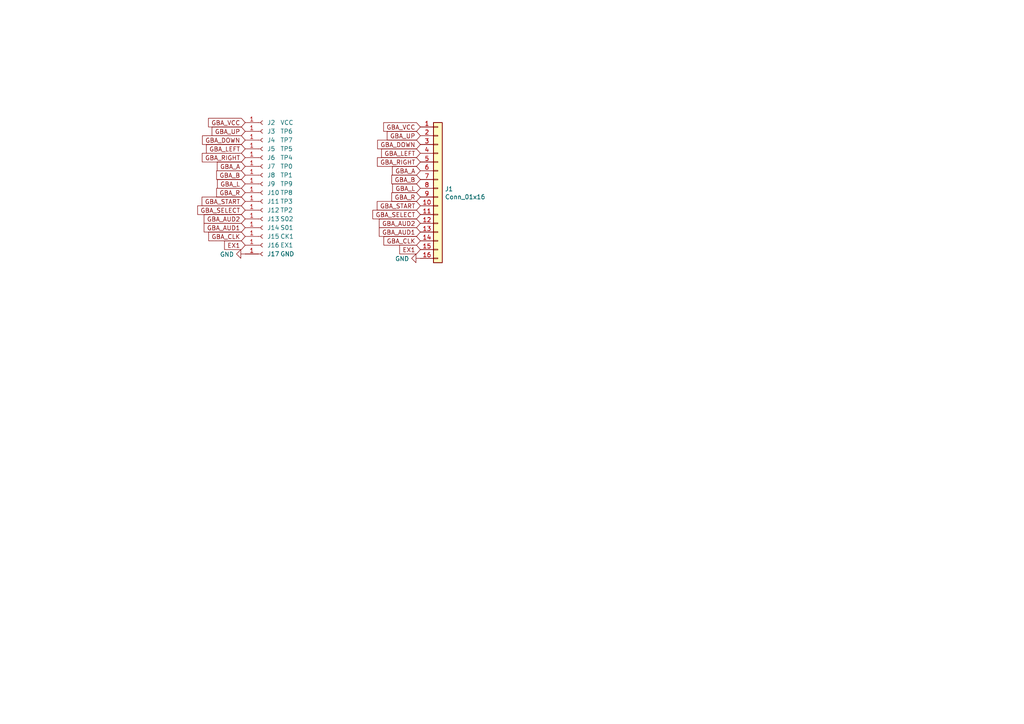
<source format=kicad_sch>
(kicad_sch (version 20211123) (generator eeschema)
  (paper "A4")
  (lib_symbols
    (symbol "Connector:Conn_01x01_Female" (pin_names (offset 1.016) hide)
      (property "Reference" "J" (at 0 2.54 0))
      (property "Value" "Conn_01x01_Female" (at 0 -2.54 0))
      (symbol "Conn_01x01_Female_1_1"
        (polyline (pts (xy -1.27 0) (xy -0.508 0)) (stroke (width 0.1524)))
        (arc (start 0 0.508) (mid -0.508 0) (end 0 -0.508) (stroke (width 0.1524)))
        (pin passive line (at -5.08 0 0) (length 3.81) (name "Pin_1") (number "1"))
      )
    )
    (symbol "Connector_Generic:Conn_01x16" (pin_names (offset 1.016) hide)
      (property "Reference" "J" (at 0 20.32 0))
      (property "Value" "Conn_01x16" (at 0 -22.86 0))
      (symbol "Conn_01x16_1_1"
        (rectangle (start -1.27 -20.193) (end 0 -20.447) (stroke (width 0.1524)))
        (rectangle (start -1.27 -17.653) (end 0 -17.907) (stroke (width 0.1524)))
        (rectangle (start -1.27 -15.113) (end 0 -15.367) (stroke (width 0.1524)))
        (rectangle (start -1.27 -12.573) (end 0 -12.827) (stroke (width 0.1524)))
        (rectangle (start -1.27 -10.033) (end 0 -10.287) (stroke (width 0.1524)))
        (rectangle (start -1.27 -7.493) (end 0 -7.747) (stroke (width 0.1524)))
        (rectangle (start -1.27 -4.953) (end 0 -5.207) (stroke (width 0.1524)))
        (rectangle (start -1.27 -2.413) (end 0 -2.667) (stroke (width 0.1524)))
        (rectangle (start -1.27 0.127) (end 0 -0.127) (stroke (width 0.1524)))
        (rectangle (start -1.27 2.667) (end 0 2.413) (stroke (width 0.1524)))
        (rectangle (start -1.27 5.207) (end 0 4.953) (stroke (width 0.1524)))
        (rectangle (start -1.27 7.747) (end 0 7.493) (stroke (width 0.1524)))
        (rectangle (start -1.27 10.287) (end 0 10.033) (stroke (width 0.1524)))
        (rectangle (start -1.27 12.827) (end 0 12.573) (stroke (width 0.1524)))
        (rectangle (start -1.27 15.367) (end 0 15.113) (stroke (width 0.1524)))
        (rectangle (start -1.27 17.907) (end 0 17.653) (stroke (width 0.1524)))
        (rectangle (start -1.27 19.05) (end 1.27 -21.59) (stroke (width 0.254)) (fill (type background)))
        (pin passive line (at -5.08 17.78 0) (length 3.81) (name "Pin_1") (number "1"))
        (pin passive line (at -5.08 -5.08 0) (length 3.81) (name "Pin_10") (number "10"))
        (pin passive line (at -5.08 -7.62 0) (length 3.81) (name "Pin_11") (number "11"))
        (pin passive line (at -5.08 -10.16 0) (length 3.81) (name "Pin_12") (number "12"))
        (pin passive line (at -5.08 -12.7 0) (length 3.81) (name "Pin_13") (number "13"))
        (pin passive line (at -5.08 -15.24 0) (length 3.81) (name "Pin_14") (number "14"))
        (pin passive line (at -5.08 -17.78 0) (length 3.81) (name "Pin_15") (number "15"))
        (pin passive line (at -5.08 -20.32 0) (length 3.81) (name "Pin_16") (number "16"))
        (pin passive line (at -5.08 15.24 0) (length 3.81) (name "Pin_2") (number "2"))
        (pin passive line (at -5.08 12.7 0) (length 3.81) (name "Pin_3") (number "3"))
        (pin passive line (at -5.08 10.16 0) (length 3.81) (name "Pin_4") (number "4"))
        (pin passive line (at -5.08 7.62 0) (length 3.81) (name "Pin_5") (number "5"))
        (pin passive line (at -5.08 5.08 0) (length 3.81) (name "Pin_6") (number "6"))
        (pin passive line (at -5.08 2.54 0) (length 3.81) (name "Pin_7") (number "7"))
        (pin passive line (at -5.08 0 0) (length 3.81) (name "Pin_8") (number "8"))
        (pin passive line (at -5.08 -2.54 0) (length 3.81) (name "Pin_9") (number "9"))
      )
    )
    (symbol "power:GND" (power) (pin_names (offset 0))
      (property "Value" "GND" (at 0 -3.81 0))
      (symbol "GND_0_1"
        (polyline (pts (xy 0 0) (xy 0 -1.27) (xy 1.27 -1.27) (xy 0 -2.54) (xy -1.27 -1.27) (xy 0 -1.27)))
      )
      (symbol "GND_1_1"
        (pin power_in line (at 0 0 270) (length 0) hide (name "GND") (number "1"))
      )
    )
  )
  (global_label "GBA_LEFT" (shape input) (at 71.12 43.18 180) (property "Intersheet References" "${INTERSHEET_REFS}" (effects hide)))
  (global_label "GBA_SELECT" (shape input) (at 71.12 60.96 180) (property "Intersheet References" "${INTERSHEET_REFS}" (effects hide)))
  (global_label "GBA_RIGHT" (shape input) (at 121.92 46.99 180) (property "Intersheet References" "${INTERSHEET_REFS}" (effects hide)))
  (global_label "GBA_AUD2" (shape input) (at 71.12 63.5 180) (property "Intersheet References" "${INTERSHEET_REFS}" (effects hide)))
  (global_label "EX1" (shape input) (at 121.92 72.39 180) (property "Intersheet References" "${INTERSHEET_REFS}" (effects hide)))
  (global_label "GBA_A" (shape input) (at 71.12 48.26 180) (property "Intersheet References" "${INTERSHEET_REFS}" (effects hide)))
  (global_label "GBA_L" (shape input) (at 71.12 53.34 180) (property "Intersheet References" "${INTERSHEET_REFS}" (effects hide)))
  (global_label "GBA_B" (shape input) (at 71.12 50.8 180) (property "Intersheet References" "${INTERSHEET_REFS}" (effects hide)))
  (global_label "GBA_L" (shape input) (at 121.92 54.61 180) (property "Intersheet References" "${INTERSHEET_REFS}" (effects hide)))
  (global_label "GBA_DOWN" (shape input) (at 71.12 40.64 180) (property "Intersheet References" "${INTERSHEET_REFS}" (effects hide)))
  (global_label "GBA_A" (shape input) (at 121.92 49.53 180) (property "Intersheet References" "${INTERSHEET_REFS}" (effects hide)))
  (global_label "GBA_SELECT" (shape input) (at 121.92 62.23 180) (property "Intersheet References" "${INTERSHEET_REFS}" (effects hide)))
  (global_label "EX1" (shape input) (at 71.12 71.12 180) (property "Intersheet References" "${INTERSHEET_REFS}" (effects hide)))
  (global_label "GBA_AUD2" (shape input) (at 121.92 64.77 180) (property "Intersheet References" "${INTERSHEET_REFS}" (effects hide)))
  (global_label "GBA_B" (shape input) (at 121.92 52.07 180) (property "Intersheet References" "${INTERSHEET_REFS}" (effects hide)))
  (global_label "GBA_DOWN" (shape input) (at 121.92 41.91 180) (property "Intersheet References" "${INTERSHEET_REFS}" (effects hide)))
  (global_label "GBA_AUD1" (shape input) (at 121.92 67.31 180) (property "Intersheet References" "${INTERSHEET_REFS}" (effects hide)))
  (global_label "GBA_AUD1" (shape input) (at 71.12 66.04 180) (property "Intersheet References" "${INTERSHEET_REFS}" (effects hide)))
  (global_label "GBA_RIGHT" (shape input) (at 71.12 45.72 180) (property "Intersheet References" "${INTERSHEET_REFS}" (effects hide)))
  (global_label "GBA_VCC" (shape input) (at 71.12 35.56 180) (property "Intersheet References" "${INTERSHEET_REFS}" (effects hide)))
  (global_label "GBA_CLK" (shape input) (at 121.92 69.85 180) (property "Intersheet References" "${INTERSHEET_REFS}" (effects hide)))
  (global_label "GBA_START" (shape input) (at 71.12 58.42 180) (property "Intersheet References" "${INTERSHEET_REFS}" (effects hide)))
  (global_label "GBA_R" (shape input) (at 71.12 55.88 180) (property "Intersheet References" "${INTERSHEET_REFS}" (effects hide)))
  (global_label "GBA_CLK" (shape input) (at 71.12 68.58 180) (property "Intersheet References" "${INTERSHEET_REFS}" (effects hide)))
  (global_label "GBA_VCC" (shape input) (at 121.92 36.83 180) (property "Intersheet References" "${INTERSHEET_REFS}" (effects hide)))
  (global_label "GBA_START" (shape input) (at 121.92 59.69 180) (property "Intersheet References" "${INTERSHEET_REFS}" (effects hide)))
  (global_label "GBA_UP" (shape input) (at 121.92 39.37 180) (property "Intersheet References" "${INTERSHEET_REFS}" (effects hide)))
  (global_label "GBA_UP" (shape input) (at 71.12 38.1 180) (property "Intersheet References" "${INTERSHEET_REFS}" (effects hide)))
  (global_label "GBA_LEFT" (shape input) (at 121.92 44.45 180) (property "Intersheet References" "${INTERSHEET_REFS}" (effects hide)))
  (global_label "GBA_R" (shape input) (at 121.92 57.15 180) (property "Intersheet References" "${INTERSHEET_REFS}" (effects hide)))
  (symbol (lib_id "Connector_Generic:Conn_01x16") (at 127 54.61 0) (unit 1)
    (property "Reference" "J1" (at 129.032 54.8132 0) (effects (justify left)))
    (property "Value" "Conn_01x16" (at 129.032 57.1246 0) (effects (justify left)))
    (property "Footprint" "Connector_FFC-FPC:TE_1-1734839-6_1x16-1MP_P0.5mm_Horizontal" (effects hide))
  )
  (symbol (lib_id "power:GND") (at 121.92 74.93 270) (unit 1)
    (property "Reference" "#PWR0101" (effects hide))
    (property "Value" "GND" (at 118.6688 75.057 90) (effects (justify right)))
  )
  (symbol (lib_id "power:GND") (at 71.12 73.66 270) (unit 1)
    (property "Reference" "#PWR0102" (effects hide))
    (property "Value" "GND" (at 67.8688 73.787 90) (effects (justify right)))
  )
  (symbol (lib_id "Connector:Conn_01x01_Female") (at 76.2 35.56 0) (unit 1)
    (property "Reference" "J2" (at 77.47 35.56 0) (effects (justify left)))
    (property "Value" "VCC" (at 81.28 35.56 0) (effects (justify left)))
    (property "Footprint" "OFFSET:SOLDER_PAD" (effects hide))
  )
  (symbol (lib_id "Connector:Conn_01x01_Female") (at 76.2 38.1 0) (unit 1)
    (property "Reference" "J3" (at 77.47 38.1 0) (effects (justify left)))
    (property "Value" "TP6" (at 81.28 38.1 0) (effects (justify left)))
    (property "Footprint" "OFFSET:SOLDER_PAD" (effects hide))
  )
  (symbol (lib_id "Connector:Conn_01x01_Female") (at 76.2 40.64 0) (unit 1)
    (property "Reference" "J4" (at 77.47 40.64 0) (effects (justify left)))
    (property "Value" "TP7" (at 81.28 40.64 0) (effects (justify left)))
    (property "Footprint" "OFFSET:SOLDER_PAD" (effects hide))
  )
  (symbol (lib_id "Connector:Conn_01x01_Female") (at 76.2 43.18 0) (unit 1)
    (property "Reference" "J5" (at 77.47 43.18 0) (effects (justify left)))
    (property "Value" "TP5" (at 81.28 43.18 0) (effects (justify left)))
    (property "Footprint" "OFFSET:SOLDER_PAD" (effects hide))
  )
  (symbol (lib_id "Connector:Conn_01x01_Female") (at 76.2 45.72 0) (unit 1)
    (property "Reference" "J6" (at 77.47 45.72 0) (effects (justify left)))
    (property "Value" "TP4" (at 81.28 45.72 0) (effects (justify left)))
    (property "Footprint" "OFFSET:SOLDER_PAD" (effects hide))
  )
  (symbol (lib_id "Connector:Conn_01x01_Female") (at 76.2 48.26 0) (unit 1)
    (property "Reference" "J7" (at 77.47 48.26 0) (effects (justify left)))
    (property "Value" "TP0" (at 81.28 48.26 0) (effects (justify left)))
    (property "Footprint" "OFFSET:SOLDER_PAD" (effects hide))
  )
  (symbol (lib_id "Connector:Conn_01x01_Female") (at 76.2 50.8 0) (unit 1)
    (property "Reference" "J8" (at 77.47 50.8 0) (effects (justify left)))
    (property "Value" "TP1" (at 81.28 50.8 0) (effects (justify left)))
    (property "Footprint" "OFFSET:SOLDER_PAD" (effects hide))
  )
  (symbol (lib_id "Connector:Conn_01x01_Female") (at 76.2 53.34 0) (unit 1)
    (property "Reference" "J9" (at 77.47 53.34 0) (effects (justify left)))
    (property "Value" "TP9" (at 81.28 53.34 0) (effects (justify left)))
    (property "Footprint" "OFFSET:SOLDER_PAD" (effects hide))
  )
  (symbol (lib_id "Connector:Conn_01x01_Female") (at 76.2 55.88 0) (unit 1)
    (property "Reference" "J10" (at 77.47 55.88 0) (effects (justify left)))
    (property "Value" "TP8" (at 81.28 55.88 0) (effects (justify left)))
    (property "Footprint" "OFFSET:SOLDER_PAD" (effects hide))
  )
  (symbol (lib_id "Connector:Conn_01x01_Female") (at 76.2 58.42 0) (unit 1)
    (property "Reference" "J11" (at 77.47 58.42 0) (effects (justify left)))
    (property "Value" "TP3" (at 81.28 58.42 0) (effects (justify left)))
    (property "Footprint" "OFFSET:SOLDER_PAD" (effects hide))
  )
  (symbol (lib_id "Connector:Conn_01x01_Female") (at 76.2 60.96 0) (unit 1)
    (property "Reference" "J12" (at 77.47 60.96 0) (effects (justify left)))
    (property "Value" "TP2" (at 81.28 60.96 0) (effects (justify left)))
    (property "Footprint" "OFFSET:SOLDER_PAD" (effects hide))
  )
  (symbol (lib_id "Connector:Conn_01x01_Female") (at 76.2 63.5 0) (unit 1)
    (property "Reference" "J13" (at 77.47 63.5 0) (effects (justify left)))
    (property "Value" "S02" (at 81.28 63.5 0) (effects (justify left)))
    (property "Footprint" "OFFSET:SOLDER_PAD" (effects hide))
  )
  (symbol (lib_id "Connector:Conn_01x01_Female") (at 76.2 66.04 0) (unit 1)
    (property "Reference" "J14" (at 77.47 66.04 0) (effects (justify left)))
    (property "Value" "S01" (at 81.28 66.04 0) (effects (justify left)))
    (property "Footprint" "OFFSET:SOLDER_PAD" (effects hide))
  )
  (symbol (lib_id "Connector:Conn_01x01_Female") (at 76.2 68.58 0) (unit 1)
    (property "Reference" "J15" (at 77.47 68.58 0) (effects (justify left)))
    (property "Value" "CK1" (at 81.28 68.58 0) (effects (justify left)))
    (property "Footprint" "OFFSET:SOLDER_PAD" (effects hide))
  )
  (symbol (lib_id "Connector:Conn_01x01_Female") (at 76.2 71.12 0) (unit 1)
    (property "Reference" "J16" (at 77.47 71.12 0) (effects (justify left)))
    (property "Value" "EX1" (at 81.28 71.12 0) (effects (justify left)))
    (property "Footprint" "OFFSET:SOLDER_PAD" (effects hide))
  )
  (symbol (lib_id "Connector:Conn_01x01_Female") (at 76.2 73.66 0) (unit 1)
    (property "Reference" "J17" (at 77.47 73.66 0) (effects (justify left)))
    (property "Value" "GND" (at 81.28 73.66 0) (effects (justify left)))
    (property "Footprint" "OFFSET:SOLDER_PAD" (effects hide))
  )
)
</source>
